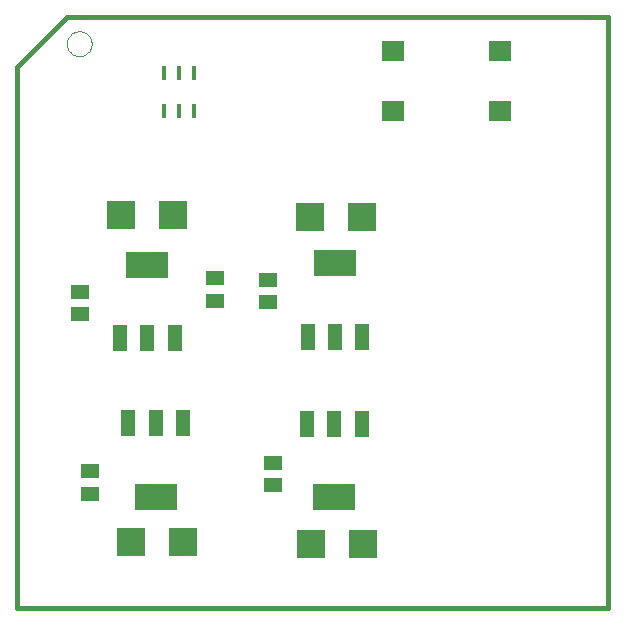
<source format=gbp>
G75*
%MOIN*%
%OFA0B0*%
%FSLAX24Y24*%
%IPPOS*%
%LPD*%
%AMOC8*
5,1,8,0,0,1.08239X$1,22.5*
%
%ADD10C,0.0160*%
%ADD11C,0.0000*%
%ADD12R,0.0480X0.0880*%
%ADD13R,0.1417X0.0866*%
%ADD14R,0.0160X0.0480*%
%ADD15R,0.0591X0.0512*%
%ADD16R,0.0945X0.0945*%
%ADD17R,0.0748X0.0669*%
D10*
X002027Y000180D02*
X021712Y000180D01*
X021712Y019865D01*
X003681Y019865D01*
X002027Y018211D01*
X002027Y000180D01*
D11*
X003681Y018979D02*
X003683Y019019D01*
X003689Y019060D01*
X003699Y019099D01*
X003712Y019137D01*
X003730Y019174D01*
X003751Y019208D01*
X003775Y019241D01*
X003802Y019271D01*
X003832Y019298D01*
X003865Y019322D01*
X003899Y019343D01*
X003936Y019361D01*
X003974Y019374D01*
X004013Y019384D01*
X004054Y019390D01*
X004094Y019392D01*
X004134Y019390D01*
X004175Y019384D01*
X004214Y019374D01*
X004252Y019361D01*
X004289Y019343D01*
X004323Y019322D01*
X004356Y019298D01*
X004386Y019271D01*
X004413Y019241D01*
X004437Y019208D01*
X004458Y019174D01*
X004476Y019137D01*
X004489Y019099D01*
X004499Y019060D01*
X004505Y019019D01*
X004507Y018979D01*
X004505Y018939D01*
X004499Y018898D01*
X004489Y018859D01*
X004476Y018821D01*
X004458Y018784D01*
X004437Y018750D01*
X004413Y018717D01*
X004386Y018687D01*
X004356Y018660D01*
X004323Y018636D01*
X004289Y018615D01*
X004252Y018597D01*
X004214Y018584D01*
X004175Y018574D01*
X004134Y018568D01*
X004094Y018566D01*
X004054Y018568D01*
X004013Y018574D01*
X003974Y018584D01*
X003936Y018597D01*
X003899Y018615D01*
X003865Y018636D01*
X003832Y018660D01*
X003802Y018687D01*
X003775Y018717D01*
X003751Y018750D01*
X003730Y018784D01*
X003712Y018821D01*
X003699Y018859D01*
X003689Y018898D01*
X003683Y018939D01*
X003681Y018979D01*
D12*
X005448Y009176D03*
X006358Y009176D03*
X007268Y009176D03*
X007544Y006321D03*
X006634Y006321D03*
X005724Y006321D03*
X011688Y006302D03*
X012598Y006302D03*
X013508Y006302D03*
X013528Y009216D03*
X012618Y009216D03*
X011708Y009216D03*
D13*
X012618Y011656D03*
X006358Y011617D03*
X006634Y003881D03*
X012598Y003861D03*
D14*
X007901Y016735D03*
X007401Y016735D03*
X006901Y016735D03*
X006901Y017995D03*
X007401Y017995D03*
X007901Y017995D03*
D15*
X008622Y011164D03*
X008622Y010416D03*
X010394Y010357D03*
X010394Y011105D03*
X004114Y010711D03*
X004114Y009963D03*
X004449Y004727D03*
X004449Y003979D03*
X010551Y004255D03*
X010551Y005003D03*
D16*
X011811Y002306D03*
X013543Y002306D03*
X007539Y002365D03*
X005807Y002365D03*
X011791Y013211D03*
X013524Y013211D03*
X007205Y013271D03*
X005472Y013271D03*
D17*
X014567Y016735D03*
X014567Y018743D03*
X018110Y018743D03*
X018110Y016735D03*
M02*

</source>
